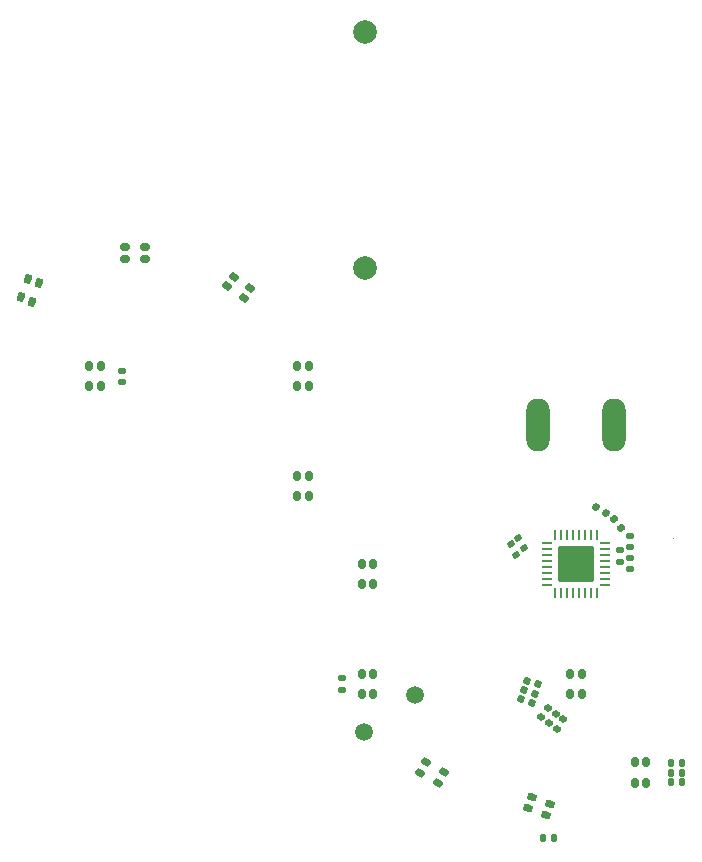
<source format=gbr>
G04 #@! TF.GenerationSoftware,KiCad,Pcbnew,(6.0.1)*
G04 #@! TF.CreationDate,2022-05-29T23:08:32-04:00*
G04 #@! TF.ProjectId,Main-rounded,4d61696e-2d72-46f7-956e-6465642e6b69,10*
G04 #@! TF.SameCoordinates,Original*
G04 #@! TF.FileFunction,Soldermask,Bot*
G04 #@! TF.FilePolarity,Negative*
%FSLAX46Y46*%
G04 Gerber Fmt 4.6, Leading zero omitted, Abs format (unit mm)*
G04 Created by KiCad (PCBNEW (6.0.1)) date 2022-05-29 23:08:32*
%MOMM*%
%LPD*%
G01*
G04 APERTURE LIST*
G04 Aperture macros list*
%AMRoundRect*
0 Rectangle with rounded corners*
0 $1 Rounding radius*
0 $2 $3 $4 $5 $6 $7 $8 $9 X,Y pos of 4 corners*
0 Add a 4 corners polygon primitive as box body*
4,1,4,$2,$3,$4,$5,$6,$7,$8,$9,$2,$3,0*
0 Add four circle primitives for the rounded corners*
1,1,$1+$1,$2,$3*
1,1,$1+$1,$4,$5*
1,1,$1+$1,$6,$7*
1,1,$1+$1,$8,$9*
0 Add four rect primitives between the rounded corners*
20,1,$1+$1,$2,$3,$4,$5,0*
20,1,$1+$1,$4,$5,$6,$7,0*
20,1,$1+$1,$6,$7,$8,$9,0*
20,1,$1+$1,$8,$9,$2,$3,0*%
%AMRotRect*
0 Rectangle, with rotation*
0 The origin of the aperture is its center*
0 $1 length*
0 $2 width*
0 $3 Rotation angle, in degrees counterclockwise*
0 Add horizontal line*
21,1,$1,$2,0,0,$3*%
G04 Aperture macros list end*
%ADD10O,2.000000X4.500000*%
%ADD11C,1.500000*%
%ADD12C,2.000000*%
%ADD13RoundRect,0.120000X-0.332487X-0.015885X0.152487X-0.295885X0.332487X0.015885X-0.152487X0.295885X0*%
%ADD14RoundRect,0.120000X-0.324678X-0.073379X0.201550X-0.264910X0.324678X0.073379X-0.201550X0.264910X0*%
%ADD15RoundRect,0.120000X-0.180000X0.280000X-0.180000X-0.280000X0.180000X-0.280000X0.180000X0.280000X0*%
%ADD16RoundRect,0.140000X0.140000X0.170000X-0.140000X0.170000X-0.140000X-0.170000X0.140000X-0.170000X0*%
%ADD17RoundRect,0.120000X0.180000X-0.280000X0.180000X0.280000X-0.180000X0.280000X-0.180000X-0.280000X0*%
%ADD18RoundRect,0.120000X0.073379X-0.324678X0.264910X0.201550X-0.073379X0.324678X-0.264910X-0.201550X0*%
%ADD19RoundRect,0.147500X0.147500X0.172500X-0.147500X0.172500X-0.147500X-0.172500X0.147500X-0.172500X0*%
%ADD20RoundRect,0.120000X-0.280000X-0.180000X0.280000X-0.180000X0.280000X0.180000X-0.280000X0.180000X0*%
%ADD21RoundRect,0.147500X-0.147500X-0.172500X0.147500X-0.172500X0.147500X0.172500X-0.147500X0.172500X0*%
%ADD22RoundRect,0.147500X0.172500X-0.147500X0.172500X0.147500X-0.172500X0.147500X-0.172500X-0.147500X0*%
%ADD23RoundRect,0.062500X0.062500X-0.375000X0.062500X0.375000X-0.062500X0.375000X-0.062500X-0.375000X0*%
%ADD24RoundRect,0.062500X0.375000X-0.062500X0.375000X0.062500X-0.375000X0.062500X-0.375000X-0.062500X0*%
%ADD25RoundRect,0.249999X1.300001X-1.300001X1.300001X1.300001X-1.300001X1.300001X-1.300001X-1.300001X0*%
%ADD26RoundRect,0.147500X0.213989X0.075639X-0.041489X0.223139X-0.213989X-0.075639X0.041489X-0.223139X0*%
%ADD27RoundRect,0.140000X-0.170000X0.140000X-0.170000X-0.140000X0.170000X-0.140000X0.170000X0.140000X0*%
%ADD28RoundRect,0.147500X-0.172500X0.147500X-0.172500X-0.147500X0.172500X-0.147500X0.172500X0.147500X0*%
%ADD29RoundRect,0.120000X-0.332606X0.013154X0.126119X-0.308049X0.332606X-0.013154X-0.126119X0.308049X0*%
%ADD30RoundRect,0.147500X-0.193586X-0.118477X0.086975X-0.209637X0.193586X0.118477X-0.086975X0.209637X0*%
%ADD31RoundRect,0.147500X-0.052857X0.220723X-0.226254X-0.017937X0.052857X-0.220723X0.226254X0.017937X0*%
%ADD32RoundRect,0.147500X0.193586X0.118477X-0.086975X0.209637X-0.193586X-0.118477X0.086975X-0.209637X0*%
%ADD33RoundRect,0.147500X0.052857X-0.220723X0.226254X0.017937X-0.052857X0.220723X-0.226254X-0.017937X0*%
%ADD34RoundRect,0.135000X-0.226433X0.034323X-0.101761X-0.205170X0.226433X-0.034323X0.101761X0.205170X0*%
%ADD35RoundRect,0.147500X-0.226954X0.002111X-0.037331X-0.223872X0.226954X-0.002111X0.037331X0.223872X0*%
%ADD36RotRect,0.090000X0.090000X32.000000*%
G04 APERTURE END LIST*
D10*
X252840000Y-102530000D03*
X259240000Y-102530000D03*
D11*
X242380000Y-125400000D03*
X238090000Y-128540000D03*
D12*
X238147500Y-89220000D03*
X238147500Y-69220000D03*
D13*
X244836122Y-131931987D03*
X244336122Y-132798013D03*
X242863878Y-131948013D03*
X243363878Y-131081987D03*
D14*
X253885651Y-134630871D03*
X253543631Y-135570563D03*
X251946153Y-134989129D03*
X252288173Y-134049437D03*
D15*
X238900000Y-125280000D03*
X237900000Y-125280000D03*
X237900000Y-123580000D03*
X238900000Y-123580000D03*
D16*
X254170000Y-137470000D03*
X253210000Y-137470000D03*
D17*
X255550000Y-123580000D03*
X256550000Y-123580000D03*
X256550000Y-125280000D03*
X255550000Y-125280000D03*
D15*
X238900000Y-116000000D03*
X237900000Y-116000000D03*
X237900000Y-114300000D03*
X238900000Y-114300000D03*
D17*
X214800000Y-97520000D03*
X215800000Y-97520000D03*
X215800000Y-99220000D03*
X214800000Y-99220000D03*
D18*
X209660871Y-90126153D03*
X210600563Y-90468173D03*
X210019129Y-92065651D03*
X209079437Y-91723631D03*
D15*
X233450000Y-99220000D03*
X232450000Y-99220000D03*
X232450000Y-97520000D03*
X233450000Y-97520000D03*
X233440000Y-108500000D03*
X232440000Y-108500000D03*
X232440000Y-106800000D03*
X233440000Y-106800000D03*
D19*
X265028663Y-132736337D03*
X264058663Y-132736337D03*
X265030917Y-131952445D03*
X264060917Y-131952445D03*
D20*
X219520000Y-87490000D03*
X219520000Y-88490000D03*
X217820000Y-88490000D03*
X217820000Y-87490000D03*
D21*
X264065000Y-131170000D03*
X265035000Y-131170000D03*
D22*
X259760000Y-114105000D03*
X259760000Y-113135000D03*
D23*
X257790000Y-116737500D03*
X257290000Y-116737500D03*
X256790000Y-116737500D03*
X256290000Y-116737500D03*
X255790000Y-116737500D03*
X255290000Y-116737500D03*
X254790000Y-116737500D03*
X254290000Y-116737500D03*
D24*
X253602500Y-116050000D03*
X253602500Y-115550000D03*
X253602500Y-115050000D03*
X253602500Y-114550000D03*
X253602500Y-114050000D03*
X253602500Y-113550000D03*
X253602500Y-113050000D03*
X253602500Y-112550000D03*
D23*
X254290000Y-111862500D03*
X254790000Y-111862500D03*
X255290000Y-111862500D03*
X255790000Y-111862500D03*
X256290000Y-111862500D03*
X256790000Y-111862500D03*
X257290000Y-111862500D03*
X257790000Y-111862500D03*
D24*
X258477500Y-112550000D03*
X258477500Y-113050000D03*
X258477500Y-113550000D03*
X258477500Y-114050000D03*
X258477500Y-114550000D03*
X258477500Y-115050000D03*
X258477500Y-115550000D03*
X258477500Y-116050000D03*
D25*
X256040000Y-114300000D03*
D26*
X258620022Y-109962500D03*
X257779978Y-109477500D03*
D22*
X236230000Y-124915000D03*
X236230000Y-123945000D03*
D17*
X261010000Y-131090000D03*
X262010000Y-131090000D03*
X262010000Y-132790000D03*
X261010000Y-132790000D03*
D27*
X217620000Y-97910000D03*
X217620000Y-98870000D03*
D28*
X260590000Y-113745000D03*
X260590000Y-114715000D03*
D29*
X228473067Y-90947964D03*
X227899491Y-91767116D03*
X226506933Y-90792036D03*
X227080509Y-89972884D03*
D30*
X251628738Y-124980127D03*
X252551262Y-125279873D03*
D31*
X254982686Y-127444773D03*
X254412534Y-128229519D03*
D32*
X252297868Y-126059738D03*
X251375344Y-125759992D03*
D33*
X253754924Y-127732373D03*
X254325076Y-126947627D03*
D32*
X252807746Y-124490495D03*
X251885222Y-124190749D03*
D33*
X253071685Y-127260691D03*
X253641837Y-126475945D03*
D34*
X250534508Y-112607624D03*
X251005492Y-113512376D03*
X251144508Y-112047624D03*
X251615492Y-112952376D03*
D27*
X260580000Y-111880000D03*
X260580000Y-112840000D03*
D35*
X259258248Y-110488468D03*
X259881752Y-111231532D03*
D36*
X264350942Y-112077601D03*
M02*

</source>
